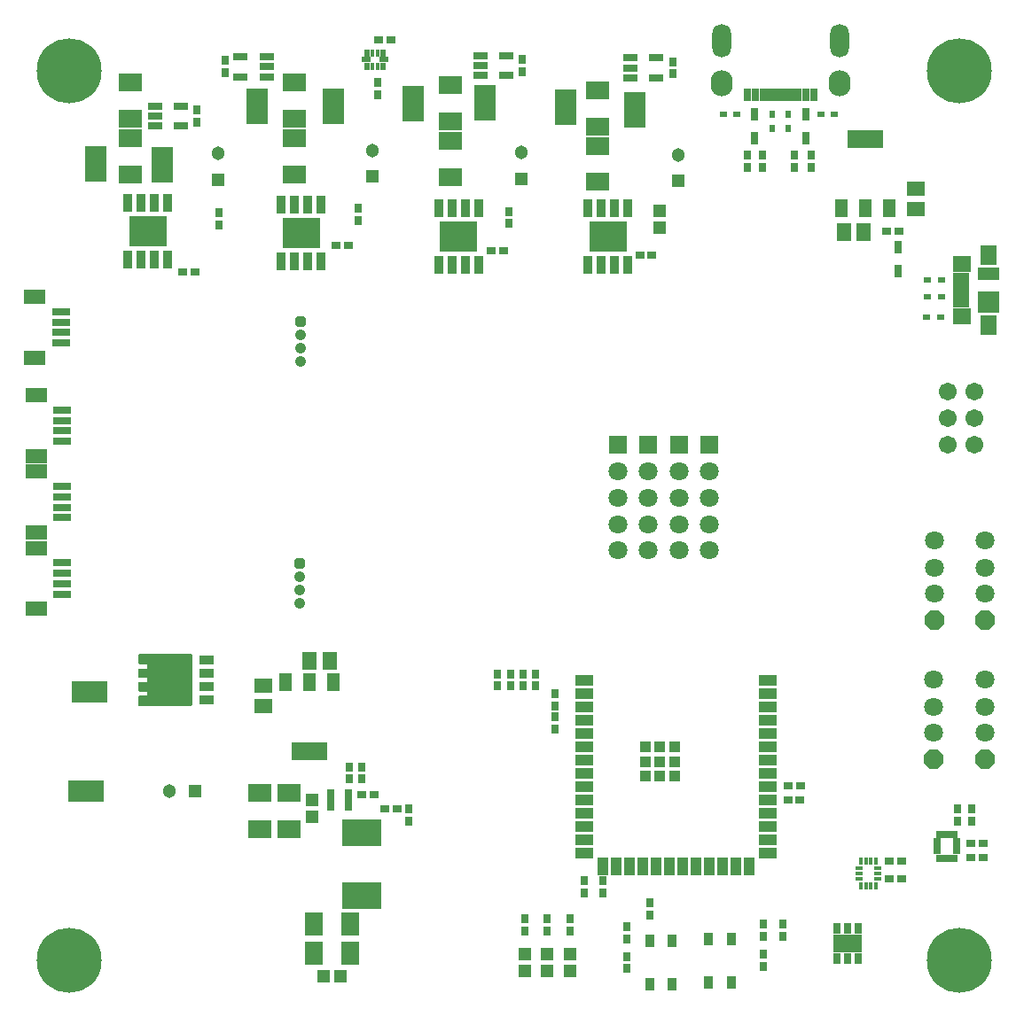
<source format=gbr>
%TF.GenerationSoftware,Altium Limited,Altium Designer,21.7.2 (23)*%
G04 Layer_Color=8388736*
%FSLAX24Y24*%
%MOIN*%
%TF.SameCoordinates,DA776ED6-ADCF-4D54-B547-66972558000F*%
%TF.FilePolarity,Negative*%
%TF.FileFunction,Soldermask,Top*%
%TF.Part,Single*%
G01*
G75*
%TA.AperFunction,SMDPad,CuDef*%
%ADD78R,0.0330X0.0316*%
%ADD80R,0.0316X0.0330*%
%TA.AperFunction,ComponentPad*%
%ADD82C,0.0671*%
%ADD83C,0.0710*%
%ADD84R,0.0710X0.0710*%
%ADD85C,0.0513*%
%ADD86R,0.0513X0.0513*%
%ADD87O,0.0710X0.1261*%
%ADD88O,0.0828X0.0978*%
G04:AMPARAMS|DCode=89|XSize=41.5mil|YSize=41.5mil|CornerRadius=0mil|HoleSize=0mil|Usage=FLASHONLY|Rotation=270.000|XOffset=0mil|YOffset=0mil|HoleType=Round|Shape=Octagon|*
%AMOCTAGOND89*
4,1,8,-0.0104,-0.0207,0.0104,-0.0207,0.0207,-0.0104,0.0207,0.0104,0.0104,0.0207,-0.0104,0.0207,-0.0207,0.0104,-0.0207,-0.0104,-0.0104,-0.0207,0.0*
%
%ADD89OCTAGOND89*%

%ADD90C,0.0415*%
G04:AMPARAMS|DCode=91|XSize=71mil|YSize=71mil|CornerRadius=0mil|HoleSize=0mil|Usage=FLASHONLY|Rotation=90.000|XOffset=0mil|YOffset=0mil|HoleType=Round|Shape=Octagon|*
%AMOCTAGOND91*
4,1,8,0.0177,0.0355,-0.0177,0.0355,-0.0355,0.0177,-0.0355,-0.0177,-0.0177,-0.0355,0.0177,-0.0355,0.0355,-0.0177,0.0355,0.0177,0.0177,0.0355,0.0*
%
%ADD91OCTAGOND91*%

%TA.AperFunction,ViaPad*%
%ADD92C,0.2442*%
%TA.AperFunction,ComponentPad*%
%ADD93R,0.0513X0.0513*%
%TA.AperFunction,SMDPad,CuDef*%
%ADD97R,0.0552X0.0316*%
%ADD98R,0.0867X0.0680*%
%TA.AperFunction,BGAPad,CuDef*%
%ADD99R,0.0434X0.0434*%
%TA.AperFunction,SMDPad,CuDef*%
%ADD100R,0.0671X0.0434*%
%ADD101R,0.0434X0.0671*%
%ADD102R,0.0552X0.0336*%
%ADD103R,0.1261X0.1655*%
%ADD104R,0.0474X0.0460*%
%TA.AperFunction,ConnectorPad*%
%ADD105R,0.0710X0.0316*%
%ADD106R,0.0789X0.0552*%
%TA.AperFunction,SMDPad,CuDef*%
%ADD107R,0.0198X0.0306*%
%ADD108R,0.0178X0.0306*%
%ADD109R,0.0328X0.0218*%
%ADD110R,0.0789X0.1340*%
%ADD111R,0.1419X0.1147*%
%ADD112R,0.0336X0.0680*%
%ADD113R,0.0198X0.0513*%
%ADD114R,0.0316X0.0513*%
%ADD115R,0.0257X0.0415*%
%ADD116R,0.1064X0.0710*%
%ADD117R,0.0178X0.0267*%
%ADD118R,0.0267X0.0178*%
%ADD119R,0.0316X0.0198*%
%ADD120R,0.0198X0.0316*%
%ADD121R,0.0680X0.0867*%
%ADD122R,0.0267X0.0198*%
%ADD123R,0.1458X0.0986*%
%ADD124R,0.1340X0.0789*%
%ADD125R,0.0454X0.0651*%
%ADD126R,0.1360X0.0651*%
%ADD127R,0.0671X0.0530*%
%ADD128R,0.0269X0.0237*%
%ADD129R,0.0277X0.0503*%
%ADD130R,0.0623X0.0257*%
%ADD131R,0.0690X0.0641*%
%ADD132R,0.0592X0.0730*%
%ADD133R,0.0828X0.0789*%
%ADD134R,0.0828X0.0474*%
%ADD135R,0.0336X0.0493*%
%TA.AperFunction,ConnectorPad*%
%ADD136R,0.0336X0.0493*%
%TA.AperFunction,SMDPad,CuDef*%
%ADD137R,0.0237X0.0269*%
%ADD138R,0.0530X0.0671*%
%ADD139R,0.0460X0.0474*%
G36*
X6541Y13504D02*
X6546Y13503D01*
X6551Y13502D01*
X6555Y13499D01*
X6560Y13496D01*
X6564Y13493D01*
X6567Y13489D01*
X6570Y13485D01*
X6572Y13480D01*
X6574Y13475D01*
X6575Y13470D01*
X6576Y13465D01*
Y11575D01*
X6575Y11570D01*
X6574Y11564D01*
X6572Y11559D01*
X6570Y11555D01*
X6567Y11550D01*
X6564Y11546D01*
X6560Y11543D01*
X6555Y11540D01*
X6551Y11538D01*
X6546Y11536D01*
X6541Y11535D01*
X6535Y11535D01*
X4606D01*
X4601Y11535D01*
X4596Y11536D01*
X4591Y11538D01*
X4586Y11540D01*
X4582Y11543D01*
X4578Y11546D01*
X4575Y11550D01*
X4572Y11555D01*
X4569Y11559D01*
X4568Y11564D01*
X4567Y11570D01*
X4566Y11575D01*
Y11890D01*
X4567Y11895D01*
X4568Y11900D01*
X4569Y11905D01*
X4572Y11910D01*
X4575Y11914D01*
X4578Y11918D01*
X4582Y11922D01*
X4586Y11924D01*
X4591Y11927D01*
X4596Y11928D01*
X4601Y11930D01*
X4606Y11930D01*
X4881D01*
Y12086D01*
X4606D01*
X4601Y12086D01*
X4596Y12087D01*
X4591Y12089D01*
X4586Y12091D01*
X4582Y12094D01*
X4578Y12098D01*
X4575Y12102D01*
X4572Y12106D01*
X4569Y12111D01*
X4568Y12116D01*
X4567Y12121D01*
X4566Y12126D01*
Y12402D01*
X4567Y12407D01*
X4568Y12412D01*
X4569Y12417D01*
X4572Y12422D01*
X4575Y12426D01*
X4578Y12430D01*
X4582Y12433D01*
X4586Y12436D01*
X4591Y12439D01*
X4596Y12440D01*
X4601Y12441D01*
X4606Y12442D01*
X4881D01*
Y12598D01*
X4606D01*
X4601Y12598D01*
X4596Y12599D01*
X4591Y12601D01*
X4586Y12603D01*
X4582Y12606D01*
X4578Y12609D01*
X4575Y12613D01*
X4572Y12618D01*
X4569Y12622D01*
X4568Y12627D01*
X4567Y12633D01*
X4566Y12638D01*
Y12913D01*
X4567Y12919D01*
X4568Y12924D01*
X4569Y12929D01*
X4572Y12933D01*
X4575Y12938D01*
X4578Y12942D01*
X4582Y12945D01*
X4586Y12948D01*
X4591Y12950D01*
X4596Y12952D01*
X4601Y12953D01*
X4606Y12953D01*
X4881D01*
Y13110D01*
X4606D01*
X4601Y13110D01*
X4596Y13111D01*
X4591Y13113D01*
X4586Y13115D01*
X4582Y13118D01*
X4578Y13121D01*
X4575Y13125D01*
X4572Y13130D01*
X4569Y13134D01*
X4568Y13139D01*
X4567Y13144D01*
X4566Y13150D01*
Y13465D01*
X4567Y13470D01*
X4568Y13475D01*
X4569Y13480D01*
X4572Y13485D01*
X4575Y13489D01*
X4578Y13493D01*
X4582Y13496D01*
X4586Y13499D01*
X4591Y13502D01*
X4596Y13503D01*
X4601Y13504D01*
X4606Y13505D01*
X6535D01*
X6541Y13504D01*
D02*
G37*
D78*
X32801Y5709D02*
D03*
X33261D02*
D03*
Y5039D02*
D03*
X32801D02*
D03*
X29443Y8543D02*
D03*
X28983D02*
D03*
X29436Y7992D02*
D03*
X28976D02*
D03*
X14049Y36614D02*
D03*
X13589D02*
D03*
X6233Y27874D02*
D03*
X6693D02*
D03*
X11994Y28858D02*
D03*
X12454D02*
D03*
X17827Y28661D02*
D03*
X18287D02*
D03*
X23412Y28504D02*
D03*
X23872D02*
D03*
X33143Y29409D02*
D03*
X32683D02*
D03*
X36326Y6378D02*
D03*
X35866D02*
D03*
X36326Y5827D02*
D03*
X35866D02*
D03*
X13419Y8189D02*
D03*
X12959D02*
D03*
X13825Y7677D02*
D03*
X14285D02*
D03*
D80*
X24646Y35321D02*
D03*
Y35781D02*
D03*
X18976Y35400D02*
D03*
Y35860D02*
D03*
X7835Y35821D02*
D03*
Y35361D02*
D03*
X28780Y3340D02*
D03*
Y2880D02*
D03*
X19094Y3537D02*
D03*
Y3077D02*
D03*
X19921Y3537D02*
D03*
Y3077D02*
D03*
X20787Y3531D02*
D03*
Y3071D02*
D03*
X13543Y34534D02*
D03*
Y34994D02*
D03*
X7598Y30112D02*
D03*
Y29652D02*
D03*
X12815Y30269D02*
D03*
Y29809D02*
D03*
X18484Y30151D02*
D03*
Y29691D02*
D03*
X6772Y33510D02*
D03*
Y33970D02*
D03*
X23775Y4126D02*
D03*
Y3666D02*
D03*
X28071Y2199D02*
D03*
Y1739D02*
D03*
Y2880D02*
D03*
Y3340D02*
D03*
X22908Y2767D02*
D03*
Y3227D02*
D03*
Y2118D02*
D03*
Y1658D02*
D03*
X27441Y32277D02*
D03*
Y31817D02*
D03*
X29843Y32277D02*
D03*
Y31817D02*
D03*
X20236Y11542D02*
D03*
Y12002D02*
D03*
Y11136D02*
D03*
Y10676D02*
D03*
X19488Y12290D02*
D03*
Y12750D02*
D03*
X19016Y12290D02*
D03*
Y12750D02*
D03*
X18543D02*
D03*
Y12290D02*
D03*
X18071D02*
D03*
Y12750D02*
D03*
X28031Y31817D02*
D03*
Y32277D02*
D03*
X29213Y31817D02*
D03*
Y32277D02*
D03*
X21339Y4494D02*
D03*
Y4954D02*
D03*
X22008D02*
D03*
Y4494D02*
D03*
X35354Y7671D02*
D03*
Y7211D02*
D03*
X35906Y7671D02*
D03*
Y7211D02*
D03*
X14724Y7211D02*
D03*
Y7671D02*
D03*
X12953Y8792D02*
D03*
Y9252D02*
D03*
X12480Y8792D02*
D03*
Y9252D02*
D03*
D82*
X34984Y23362D02*
D03*
X35984D02*
D03*
X34984Y22362D02*
D03*
X35984D02*
D03*
X34984Y21362D02*
D03*
X35984D02*
D03*
D83*
X22598Y19386D02*
D03*
Y17402D02*
D03*
Y18386D02*
D03*
Y20354D02*
D03*
X23740Y19386D02*
D03*
Y17402D02*
D03*
Y18386D02*
D03*
Y20354D02*
D03*
X24882Y19386D02*
D03*
Y17402D02*
D03*
Y18386D02*
D03*
Y20354D02*
D03*
X26024Y19386D02*
D03*
Y17402D02*
D03*
Y18386D02*
D03*
Y20354D02*
D03*
X36378Y16732D02*
D03*
Y15764D02*
D03*
Y17764D02*
D03*
X34488Y16728D02*
D03*
Y15760D02*
D03*
Y17760D02*
D03*
X36378Y11520D02*
D03*
Y10551D02*
D03*
Y12551D02*
D03*
X34449Y11520D02*
D03*
Y10551D02*
D03*
Y12551D02*
D03*
D84*
X22598Y21354D02*
D03*
X23740D02*
D03*
X24882D02*
D03*
X26024D02*
D03*
D85*
X13366Y32441D02*
D03*
X18957Y32362D02*
D03*
X7559Y32323D02*
D03*
X24862Y32283D02*
D03*
X5709Y8346D02*
D03*
D86*
X13366Y31457D02*
D03*
X18957Y31378D02*
D03*
X7559Y31339D02*
D03*
X24862Y31299D02*
D03*
D87*
X26488Y36555D02*
D03*
X30913D02*
D03*
D88*
X26488Y34980D02*
D03*
X30913D02*
D03*
D89*
X10669Y25988D02*
D03*
X10630Y16892D02*
D03*
D90*
X10669Y25488D02*
D03*
Y24988D02*
D03*
Y24488D02*
D03*
X10630Y16392D02*
D03*
Y15892D02*
D03*
Y15392D02*
D03*
D91*
X36378Y14764D02*
D03*
X34488Y14760D02*
D03*
X36378Y9551D02*
D03*
X34449D02*
D03*
D92*
X35433Y1969D02*
D03*
X1969D02*
D03*
Y35433D02*
D03*
X35433D02*
D03*
D93*
X6693Y8346D02*
D03*
D97*
X24035Y35925D02*
D03*
Y35177D02*
D03*
X23051D02*
D03*
Y35551D02*
D03*
Y35925D02*
D03*
X18406Y36004D02*
D03*
Y35256D02*
D03*
X17421D02*
D03*
Y35630D02*
D03*
Y36004D02*
D03*
X8406Y35217D02*
D03*
Y35965D02*
D03*
X9390D02*
D03*
Y35591D02*
D03*
Y35217D02*
D03*
X6161Y34114D02*
D03*
Y33366D02*
D03*
X5177D02*
D03*
Y33740D02*
D03*
Y34114D02*
D03*
D98*
X21811Y32620D02*
D03*
Y31260D02*
D03*
X16299Y32806D02*
D03*
Y31446D02*
D03*
X10433Y32913D02*
D03*
Y31553D02*
D03*
X4252Y32895D02*
D03*
Y31535D02*
D03*
X10433Y33651D02*
D03*
Y35011D02*
D03*
X16299Y33533D02*
D03*
Y34893D02*
D03*
X4252Y33651D02*
D03*
Y35011D02*
D03*
X21811Y33346D02*
D03*
Y34706D02*
D03*
X9134Y6918D02*
D03*
Y8278D02*
D03*
X10236Y6918D02*
D03*
Y8278D02*
D03*
D99*
X24173Y10000D02*
D03*
X24724D02*
D03*
Y9449D02*
D03*
Y8898D02*
D03*
X24173D02*
D03*
X23622D02*
D03*
Y9449D02*
D03*
Y10000D02*
D03*
X24173Y9449D02*
D03*
D100*
X28209Y12488D02*
D03*
Y11988D02*
D03*
Y11488D02*
D03*
Y10988D02*
D03*
Y10488D02*
D03*
Y9988D02*
D03*
Y9488D02*
D03*
Y8988D02*
D03*
Y8488D02*
D03*
Y7988D02*
D03*
Y7488D02*
D03*
Y6988D02*
D03*
Y6488D02*
D03*
Y5988D02*
D03*
X21319D02*
D03*
Y6488D02*
D03*
Y6988D02*
D03*
Y7488D02*
D03*
Y7988D02*
D03*
Y8488D02*
D03*
Y8988D02*
D03*
Y9488D02*
D03*
Y9988D02*
D03*
Y10488D02*
D03*
Y10988D02*
D03*
Y11488D02*
D03*
Y11988D02*
D03*
Y12488D02*
D03*
D101*
X27514Y5496D02*
D03*
X27014D02*
D03*
X26514D02*
D03*
X26014D02*
D03*
X25514D02*
D03*
X25014D02*
D03*
X24514D02*
D03*
X24014D02*
D03*
X23514D02*
D03*
X23014D02*
D03*
X22514D02*
D03*
X22014D02*
D03*
D102*
X7130Y11770D02*
D03*
Y12270D02*
D03*
Y12770D02*
D03*
Y13270D02*
D03*
D103*
X5748Y12520D02*
D03*
D104*
X20787Y1570D02*
D03*
Y2210D02*
D03*
X24154Y30163D02*
D03*
Y29523D02*
D03*
X19921Y1570D02*
D03*
Y2210D02*
D03*
X19094D02*
D03*
Y1570D02*
D03*
X11102Y7357D02*
D03*
Y7997D02*
D03*
D105*
X1654Y25984D02*
D03*
Y25197D02*
D03*
Y25591D02*
D03*
Y26378D02*
D03*
X1693Y22283D02*
D03*
Y21496D02*
D03*
Y21890D02*
D03*
Y22677D02*
D03*
Y19409D02*
D03*
Y18622D02*
D03*
Y19016D02*
D03*
Y19803D02*
D03*
Y16535D02*
D03*
Y15748D02*
D03*
Y16142D02*
D03*
Y16929D02*
D03*
D106*
X669Y26929D02*
D03*
Y24646D02*
D03*
X709Y23228D02*
D03*
Y20945D02*
D03*
Y20354D02*
D03*
Y18071D02*
D03*
Y17480D02*
D03*
Y15197D02*
D03*
D107*
X13760Y36117D02*
D03*
X13169D02*
D03*
Y35615D02*
D03*
X13760D02*
D03*
D108*
X13563Y36117D02*
D03*
X13366D02*
D03*
Y35615D02*
D03*
X13563D02*
D03*
D109*
X13126Y35866D02*
D03*
X13803D02*
D03*
D110*
X14882Y34213D02*
D03*
X11890Y34094D02*
D03*
X9016D02*
D03*
X2953Y31929D02*
D03*
X17598Y34252D02*
D03*
X5472Y31890D02*
D03*
X20630Y34055D02*
D03*
X23228Y33976D02*
D03*
D111*
X16594Y29213D02*
D03*
X4921Y29409D02*
D03*
X10689Y29331D02*
D03*
X22209Y29215D02*
D03*
D112*
X15844Y30280D02*
D03*
X16344D02*
D03*
X16844D02*
D03*
X17344D02*
D03*
Y28145D02*
D03*
X16844D02*
D03*
X16344D02*
D03*
X15844D02*
D03*
X4171Y30477D02*
D03*
X4671D02*
D03*
X5171D02*
D03*
X5671D02*
D03*
Y28342D02*
D03*
X5171D02*
D03*
X4671D02*
D03*
X4171D02*
D03*
X9939Y30398D02*
D03*
X10439D02*
D03*
X10939D02*
D03*
X11439D02*
D03*
Y28263D02*
D03*
X10939D02*
D03*
X10439D02*
D03*
X9939D02*
D03*
X21459Y30283D02*
D03*
X21959D02*
D03*
X22459D02*
D03*
X22959D02*
D03*
Y28147D02*
D03*
X22459D02*
D03*
X21959D02*
D03*
X21459D02*
D03*
D113*
X29390Y34528D02*
D03*
X28996D02*
D03*
X28406D02*
D03*
X28012D02*
D03*
X28209D02*
D03*
X28602D02*
D03*
X28799D02*
D03*
X29193D02*
D03*
D114*
X27441D02*
D03*
X27756D02*
D03*
X29646D02*
D03*
X29961D02*
D03*
D115*
X30827Y2028D02*
D03*
X31220D02*
D03*
X31614D02*
D03*
Y3169D02*
D03*
X31220D02*
D03*
X30827D02*
D03*
D116*
X31220Y2598D02*
D03*
D117*
X31713Y4778D02*
D03*
X31909D02*
D03*
X32106D02*
D03*
X32303D02*
D03*
Y5694D02*
D03*
X32106D02*
D03*
X31909D02*
D03*
X31713D02*
D03*
D118*
X32367Y5039D02*
D03*
Y5236D02*
D03*
Y5433D02*
D03*
X31648D02*
D03*
Y5236D02*
D03*
Y5039D02*
D03*
D119*
X34606Y6063D02*
D03*
Y6260D02*
D03*
Y6457D02*
D03*
X35315D02*
D03*
Y6260D02*
D03*
Y6063D02*
D03*
D120*
X34665Y6713D02*
D03*
X34862D02*
D03*
X35059D02*
D03*
X35256D02*
D03*
Y5807D02*
D03*
X35059D02*
D03*
X34862D02*
D03*
X34665D02*
D03*
D121*
X12530Y2244D02*
D03*
X11170D02*
D03*
Y3346D02*
D03*
X12530D02*
D03*
D122*
X12456Y8287D02*
D03*
Y8091D02*
D03*
Y7894D02*
D03*
Y7697D02*
D03*
X11796D02*
D03*
Y7894D02*
D03*
Y8091D02*
D03*
Y8287D02*
D03*
D123*
X12953Y6772D02*
D03*
Y4409D02*
D03*
D124*
X2598Y8346D02*
D03*
X2733Y12058D02*
D03*
D125*
X30988Y30276D02*
D03*
X31890D02*
D03*
X32791D02*
D03*
X11882Y12441D02*
D03*
X10980D02*
D03*
X10079D02*
D03*
D126*
X31890Y32874D02*
D03*
X10980Y9843D02*
D03*
D127*
X9252Y11535D02*
D03*
Y12295D02*
D03*
X33780Y30250D02*
D03*
Y31010D02*
D03*
D128*
X34189Y26181D02*
D03*
X34709D02*
D03*
X27071Y33819D02*
D03*
X26551D02*
D03*
X30213D02*
D03*
X30732D02*
D03*
X34748Y26929D02*
D03*
X34228D02*
D03*
X34748Y27559D02*
D03*
X34228D02*
D03*
D129*
X27717Y32889D02*
D03*
Y33804D02*
D03*
X33110Y27889D02*
D03*
Y28804D02*
D03*
X29646Y32889D02*
D03*
Y33804D02*
D03*
D130*
X35488Y26673D02*
D03*
Y26929D02*
D03*
Y27185D02*
D03*
Y27441D02*
D03*
Y27697D02*
D03*
D131*
X35522Y26206D02*
D03*
Y28164D02*
D03*
D132*
X36535Y25856D02*
D03*
Y28514D02*
D03*
D133*
Y26732D02*
D03*
D134*
Y27795D02*
D03*
D135*
X24631Y2705D02*
D03*
Y1072D02*
D03*
X23784Y2705D02*
D03*
Y1072D02*
D03*
D136*
X25994Y1152D02*
D03*
Y2785D02*
D03*
X26841Y1152D02*
D03*
Y2785D02*
D03*
D137*
X28976Y33803D02*
D03*
Y33283D02*
D03*
X28386Y33803D02*
D03*
Y33283D02*
D03*
D138*
X10998Y13228D02*
D03*
X11758D02*
D03*
X31837Y29370D02*
D03*
X31077D02*
D03*
D139*
X11530Y1378D02*
D03*
X12170D02*
D03*
%TF.MD5,966ec2b0dd129442dc0c90c2a7a3be56*%
M02*

</source>
